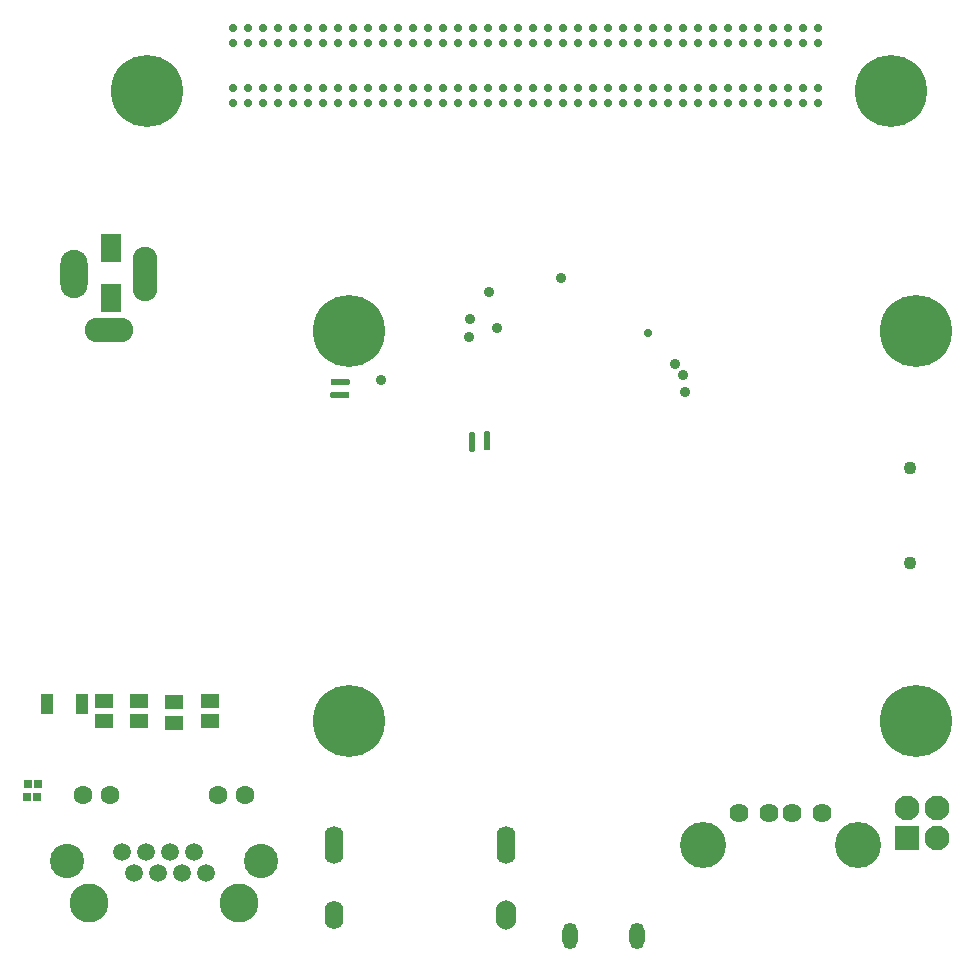
<source format=gbs>
G04*
G04 #@! TF.GenerationSoftware,Altium Limited,Altium Designer,22.10.1 (41)*
G04*
G04 Layer_Color=16711935*
%FSAX44Y44*%
%MOMM*%
G71*
G04*
G04 #@! TF.SameCoordinates,19A9066D-69EC-4412-BDAA-CEE194C5A0F3*
G04*
G04*
G04 #@! TF.FilePolarity,Negative*
G04*
G01*
G75*
%ADD42R,1.5000X1.2000*%
%ADD59R,0.7000X0.6500*%
%ADD81C,0.9000*%
%ADD86O,1.3000X2.2500*%
%ADD87R,0.1000X0.1000*%
%ADD88O,1.6000X3.2000*%
%ADD89O,1.6000X2.4000*%
%ADD90O,1.7032X2.5032*%
%ADD91C,1.1000*%
%ADD92C,1.6000*%
%ADD93C,1.5000*%
%ADD94C,2.9000*%
%ADD95C,3.3000*%
%ADD96C,2.1000*%
%ADD97R,2.1000X2.1000*%
%ADD98C,6.1000*%
%ADD99O,2.3000X4.1000*%
%ADD100O,2.1000X4.6000*%
%ADD101O,4.1000X2.1000*%
%ADD102C,3.9000*%
%ADD103C,1.6240*%
%ADD104C,0.7000*%
%ADD140R,1.5000X0.5500*%
%ADD141R,0.5500X1.5000*%
%ADD142R,1.8000X2.4000*%
%ADD143C,0.7400*%
%ADD144R,0.3000X0.3000*%
%ADD145R,0.3000X0.3000*%
%ADD146R,1.1000X1.7000*%
D42*
X00102000Y00223750D02*
D03*
Y00206250D02*
D03*
X00132000Y00223750D02*
D03*
Y00206250D02*
D03*
X00162000Y00222750D02*
D03*
Y00205250D02*
D03*
X00192000Y00223750D02*
D03*
Y00206250D02*
D03*
D59*
X00037750Y00153000D02*
D03*
X00046250D02*
D03*
X00037500Y00142500D02*
D03*
X00046000D02*
D03*
D81*
X00489000Y00582000D02*
D03*
X00435000Y00539756D02*
D03*
X00412000Y00547000D02*
D03*
X00428000Y00570000D02*
D03*
X00411000Y00532000D02*
D03*
X00594000Y00485000D02*
D03*
X00592500Y00500000D02*
D03*
X00585500Y00509000D02*
D03*
X00337000Y00495000D02*
D03*
D86*
X00553250Y00025000D02*
D03*
X00496750D02*
D03*
D87*
X00545000Y00048000D02*
D03*
X00505000D02*
D03*
X00187100Y00762000D02*
D03*
X00730900Y00731500D02*
D03*
D88*
X00442500Y00101800D02*
D03*
X00297500D02*
D03*
D89*
X00297500Y00042200D02*
D03*
D90*
X00442500D02*
D03*
D91*
X00785000Y00340500D02*
D03*
Y00420500D02*
D03*
D92*
X00107300Y00143700D02*
D03*
X00198700D02*
D03*
X00084400D02*
D03*
X00221600D02*
D03*
D93*
X00117300Y00095700D02*
D03*
X00127500Y00077900D02*
D03*
X00137700Y00095700D02*
D03*
X00147900Y00077900D02*
D03*
X00158100Y00095700D02*
D03*
X00168300Y00077900D02*
D03*
X00178500Y00095700D02*
D03*
X00188700Y00077900D02*
D03*
D94*
X00235000Y00088100D02*
D03*
X00071000D02*
D03*
D95*
X00216500Y00052500D02*
D03*
X00089500D02*
D03*
D96*
X00807645Y00107500D02*
D03*
Y00132900D02*
D03*
X00782245D02*
D03*
D97*
Y00107500D02*
D03*
D98*
X00310000Y00537000D02*
D03*
X00790000D02*
D03*
Y00207000D02*
D03*
X00310000D02*
D03*
X00139000Y00740000D02*
D03*
X00769000D02*
D03*
D99*
X00077000Y00585000D02*
D03*
D100*
X00137000D02*
D03*
D101*
X00107000Y00538000D02*
D03*
D102*
X00740700Y00102000D02*
D03*
X00609300D02*
D03*
D103*
X00710000Y00129100D02*
D03*
X00685000D02*
D03*
X00665000D02*
D03*
X00640000D02*
D03*
D104*
X00563000Y00535500D02*
D03*
D140*
X00302001Y00483000D02*
D03*
X00302500Y00494002D02*
D03*
D141*
X00414000Y00443001D02*
D03*
X00427001Y00444002D02*
D03*
D142*
X00108000Y00607000D02*
D03*
Y00565000D02*
D03*
D143*
X00325650Y00793750D02*
D03*
X00376450D02*
D03*
X00706650Y00730250D02*
D03*
X00706650Y00742950D02*
D03*
Y00781050D02*
D03*
X00706650Y00793750D02*
D03*
X00693950Y00730250D02*
D03*
Y00742950D02*
D03*
Y00781050D02*
D03*
Y00793750D02*
D03*
X00681250Y00730250D02*
D03*
Y00742950D02*
D03*
Y00781050D02*
D03*
Y00793750D02*
D03*
X00668550Y00730250D02*
D03*
X00668550Y00742950D02*
D03*
Y00781050D02*
D03*
X00668550Y00793750D02*
D03*
X00655850Y00730250D02*
D03*
Y00742950D02*
D03*
Y00781050D02*
D03*
Y00793750D02*
D03*
X00643150Y00730250D02*
D03*
Y00742950D02*
D03*
Y00781050D02*
D03*
Y00793750D02*
D03*
X00630450Y00730250D02*
D03*
Y00742950D02*
D03*
Y00781050D02*
D03*
Y00793750D02*
D03*
X00617750Y00730250D02*
D03*
X00617750Y00742950D02*
D03*
Y00781050D02*
D03*
X00617750Y00793750D02*
D03*
X00605050Y00730250D02*
D03*
Y00742950D02*
D03*
Y00781050D02*
D03*
Y00793750D02*
D03*
X00592350Y00730250D02*
D03*
X00592350Y00742950D02*
D03*
Y00781050D02*
D03*
X00592350Y00793750D02*
D03*
X00579650Y00730250D02*
D03*
Y00742950D02*
D03*
Y00781050D02*
D03*
Y00793750D02*
D03*
X00566950Y00730250D02*
D03*
Y00742950D02*
D03*
Y00781050D02*
D03*
Y00793750D02*
D03*
X00554250Y00730250D02*
D03*
Y00742950D02*
D03*
Y00781050D02*
D03*
Y00793750D02*
D03*
X00541550Y00730250D02*
D03*
X00541550Y00742950D02*
D03*
Y00781050D02*
D03*
X00541550Y00793750D02*
D03*
X00528850Y00730250D02*
D03*
Y00742950D02*
D03*
Y00781050D02*
D03*
Y00793750D02*
D03*
X00516150Y00730250D02*
D03*
Y00742950D02*
D03*
Y00781050D02*
D03*
Y00793750D02*
D03*
X00503450Y00730250D02*
D03*
X00503450Y00742950D02*
D03*
Y00781050D02*
D03*
X00503450Y00793750D02*
D03*
X00490750Y00730250D02*
D03*
Y00742950D02*
D03*
Y00781050D02*
D03*
Y00793750D02*
D03*
X00478050Y00730250D02*
D03*
X00478050Y00742950D02*
D03*
Y00781050D02*
D03*
X00478050Y00793750D02*
D03*
X00465350Y00730250D02*
D03*
Y00742950D02*
D03*
Y00781050D02*
D03*
Y00793750D02*
D03*
X00452650Y00730250D02*
D03*
Y00742950D02*
D03*
Y00781050D02*
D03*
Y00793750D02*
D03*
X00439950Y00730250D02*
D03*
X00439950Y00742950D02*
D03*
Y00781050D02*
D03*
X00439950Y00793750D02*
D03*
X00427250Y00730250D02*
D03*
Y00742950D02*
D03*
Y00781050D02*
D03*
Y00793750D02*
D03*
X00414550Y00730250D02*
D03*
X00414550Y00742950D02*
D03*
Y00781050D02*
D03*
X00414550Y00793750D02*
D03*
X00401850Y00730250D02*
D03*
Y00742950D02*
D03*
Y00781050D02*
D03*
Y00793750D02*
D03*
X00389150Y00730250D02*
D03*
Y00742950D02*
D03*
Y00781050D02*
D03*
Y00793750D02*
D03*
X00376450Y00730250D02*
D03*
X00376450Y00742950D02*
D03*
Y00781050D02*
D03*
X00363750Y00730250D02*
D03*
Y00742950D02*
D03*
Y00781050D02*
D03*
Y00793750D02*
D03*
X00351050Y00730250D02*
D03*
Y00742950D02*
D03*
Y00781050D02*
D03*
Y00793750D02*
D03*
X00338350Y00730250D02*
D03*
Y00742950D02*
D03*
Y00781050D02*
D03*
Y00793750D02*
D03*
X00325650Y00730250D02*
D03*
X00325650Y00742950D02*
D03*
Y00781050D02*
D03*
X00312950Y00730250D02*
D03*
Y00742950D02*
D03*
Y00781050D02*
D03*
Y00793750D02*
D03*
X00300250Y00730250D02*
D03*
X00300250Y00742950D02*
D03*
Y00781050D02*
D03*
X00300250Y00793750D02*
D03*
X00287550Y00730250D02*
D03*
Y00742950D02*
D03*
Y00781050D02*
D03*
Y00793750D02*
D03*
X00274850Y00730250D02*
D03*
Y00742950D02*
D03*
Y00781050D02*
D03*
Y00793750D02*
D03*
X00262150Y00730250D02*
D03*
Y00742950D02*
D03*
Y00781050D02*
D03*
Y00793750D02*
D03*
X00249450Y00730250D02*
D03*
X00249450Y00742950D02*
D03*
Y00781050D02*
D03*
X00249450Y00793750D02*
D03*
X00236750Y00730250D02*
D03*
Y00742950D02*
D03*
Y00781050D02*
D03*
Y00793750D02*
D03*
X00224050Y00730250D02*
D03*
Y00742950D02*
D03*
Y00781050D02*
D03*
Y00793750D02*
D03*
X00211350Y00730250D02*
D03*
X00211350Y00742950D02*
D03*
Y00781050D02*
D03*
X00211350Y00793750D02*
D03*
D144*
X00308500Y00483000D02*
D03*
X00295500D02*
D03*
X00309000Y00494000D02*
D03*
X00296000D02*
D03*
D145*
X00414000Y00436500D02*
D03*
Y00449500D02*
D03*
X00427000Y00437500D02*
D03*
Y00450500D02*
D03*
D146*
X00084000Y00221000D02*
D03*
X00054000D02*
D03*
M02*

</source>
